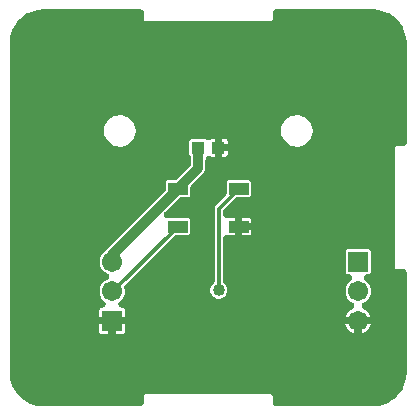
<source format=gbr>
G04 EAGLE Gerber RS-274X export*
G75*
%MOMM*%
%FSLAX34Y34*%
%LPD*%
%INTop Copper*%
%IPPOS*%
%AMOC8*
5,1,8,0,0,1.08239X$1,22.5*%
G01*
%ADD10R,1.100000X1.000000*%
%ADD11R,1.709600X1.709600*%
%ADD12C,1.709600*%
%ADD13R,1.651000X1.000000*%
%ADD14C,0.812800*%
%ADD15C,0.304800*%
%ADD16C,1.016000*%

G36*
X120291Y9844D02*
X120291Y9844D01*
X120367Y9842D01*
X120536Y9864D01*
X120707Y9878D01*
X120781Y9896D01*
X120856Y9906D01*
X121020Y9955D01*
X121186Y9996D01*
X121255Y10026D01*
X121329Y10048D01*
X121482Y10124D01*
X121639Y10191D01*
X121703Y10232D01*
X121772Y10265D01*
X121911Y10364D01*
X122055Y10456D01*
X122112Y10507D01*
X122174Y10551D01*
X122295Y10671D01*
X122423Y10785D01*
X122471Y10844D01*
X122525Y10898D01*
X122626Y11036D01*
X122733Y11169D01*
X122770Y11235D01*
X122815Y11296D01*
X122892Y11449D01*
X122977Y11597D01*
X123003Y11669D01*
X123038Y11737D01*
X123089Y11900D01*
X123148Y12060D01*
X123163Y12135D01*
X123186Y12207D01*
X123198Y12312D01*
X123243Y12544D01*
X123250Y12780D01*
X123262Y12885D01*
X123262Y18644D01*
X124456Y19838D01*
X231144Y19838D01*
X232338Y18644D01*
X232338Y12885D01*
X232344Y12809D01*
X232342Y12733D01*
X232364Y12564D01*
X232378Y12393D01*
X232396Y12319D01*
X232406Y12244D01*
X232455Y12080D01*
X232496Y11914D01*
X232526Y11845D01*
X232548Y11771D01*
X232624Y11618D01*
X232691Y11461D01*
X232732Y11397D01*
X232765Y11328D01*
X232864Y11189D01*
X232956Y11045D01*
X233007Y10988D01*
X233051Y10926D01*
X233171Y10805D01*
X233285Y10677D01*
X233344Y10629D01*
X233398Y10575D01*
X233536Y10474D01*
X233669Y10367D01*
X233735Y10330D01*
X233796Y10285D01*
X233949Y10208D01*
X234097Y10123D01*
X234169Y10097D01*
X234237Y10062D01*
X234400Y10011D01*
X234560Y9952D01*
X234635Y9937D01*
X234707Y9914D01*
X234812Y9902D01*
X235044Y9857D01*
X235280Y9850D01*
X235385Y9838D01*
X317800Y9838D01*
X317952Y9850D01*
X318039Y9847D01*
X321937Y10154D01*
X321954Y10157D01*
X321971Y10157D01*
X322031Y10169D01*
X322424Y10232D01*
X322558Y10277D01*
X322639Y10294D01*
X330053Y12702D01*
X330179Y12755D01*
X330309Y12799D01*
X330380Y12839D01*
X330508Y12892D01*
X330854Y13108D01*
X330902Y13135D01*
X337209Y17717D01*
X337313Y17806D01*
X337423Y17888D01*
X337478Y17948D01*
X337583Y18038D01*
X337845Y18350D01*
X337883Y18391D01*
X342465Y24698D01*
X342536Y24815D01*
X342616Y24926D01*
X342649Y25001D01*
X342721Y25119D01*
X342874Y25496D01*
X342898Y25547D01*
X345306Y32961D01*
X345310Y32978D01*
X345317Y32994D01*
X345329Y33054D01*
X345420Y33441D01*
X345430Y33582D01*
X345446Y33663D01*
X345753Y37561D01*
X345752Y37713D01*
X345762Y37800D01*
X345762Y122715D01*
X345756Y122791D01*
X345758Y122867D01*
X345736Y123036D01*
X345722Y123207D01*
X345704Y123281D01*
X345694Y123356D01*
X345645Y123520D01*
X345604Y123686D01*
X345574Y123755D01*
X345552Y123829D01*
X345476Y123982D01*
X345409Y124139D01*
X345368Y124203D01*
X345335Y124272D01*
X345236Y124411D01*
X345144Y124555D01*
X345093Y124612D01*
X345049Y124674D01*
X344929Y124795D01*
X344815Y124923D01*
X344756Y124971D01*
X344702Y125025D01*
X344564Y125126D01*
X344431Y125233D01*
X344365Y125270D01*
X344304Y125315D01*
X344151Y125392D01*
X344003Y125477D01*
X343931Y125503D01*
X343863Y125538D01*
X343700Y125589D01*
X343540Y125648D01*
X343465Y125663D01*
X343393Y125686D01*
X343288Y125698D01*
X343056Y125743D01*
X342820Y125750D01*
X342715Y125762D01*
X336956Y125762D01*
X335762Y126956D01*
X335762Y228644D01*
X336956Y229838D01*
X342715Y229838D01*
X342791Y229844D01*
X342867Y229842D01*
X343036Y229864D01*
X343207Y229878D01*
X343281Y229896D01*
X343356Y229906D01*
X343520Y229955D01*
X343686Y229996D01*
X343755Y230026D01*
X343829Y230048D01*
X343982Y230124D01*
X344139Y230191D01*
X344203Y230232D01*
X344272Y230265D01*
X344411Y230364D01*
X344555Y230456D01*
X344612Y230507D01*
X344674Y230551D01*
X344795Y230671D01*
X344923Y230785D01*
X344971Y230844D01*
X345025Y230898D01*
X345126Y231036D01*
X345233Y231169D01*
X345270Y231235D01*
X345315Y231296D01*
X345392Y231449D01*
X345477Y231597D01*
X345503Y231669D01*
X345538Y231737D01*
X345589Y231900D01*
X345648Y232060D01*
X345663Y232135D01*
X345686Y232207D01*
X345698Y232312D01*
X345743Y232544D01*
X345750Y232780D01*
X345762Y232885D01*
X345762Y317800D01*
X345750Y317952D01*
X345753Y318039D01*
X345446Y321937D01*
X345443Y321954D01*
X345443Y321971D01*
X345431Y322031D01*
X345368Y322424D01*
X345323Y322558D01*
X345306Y322639D01*
X342898Y330053D01*
X342845Y330179D01*
X342801Y330309D01*
X342761Y330380D01*
X342708Y330508D01*
X342492Y330854D01*
X342465Y330902D01*
X337883Y337209D01*
X337794Y337313D01*
X337712Y337423D01*
X337652Y337478D01*
X337562Y337583D01*
X337250Y337845D01*
X337209Y337883D01*
X330902Y342465D01*
X330785Y342536D01*
X330674Y342616D01*
X330599Y342649D01*
X330481Y342721D01*
X330104Y342874D01*
X330053Y342898D01*
X322639Y345306D01*
X322622Y345310D01*
X322606Y345317D01*
X322546Y345329D01*
X322159Y345420D01*
X322018Y345430D01*
X321937Y345446D01*
X318039Y345753D01*
X317887Y345752D01*
X317800Y345762D01*
X235385Y345762D01*
X235309Y345756D01*
X235233Y345758D01*
X235064Y345736D01*
X234893Y345722D01*
X234819Y345704D01*
X234744Y345694D01*
X234580Y345645D01*
X234414Y345604D01*
X234345Y345574D01*
X234271Y345552D01*
X234118Y345476D01*
X233961Y345409D01*
X233897Y345368D01*
X233828Y345335D01*
X233689Y345236D01*
X233545Y345144D01*
X233488Y345093D01*
X233426Y345049D01*
X233305Y344929D01*
X233177Y344815D01*
X233129Y344756D01*
X233075Y344702D01*
X232974Y344564D01*
X232867Y344431D01*
X232830Y344365D01*
X232785Y344304D01*
X232708Y344151D01*
X232623Y344003D01*
X232597Y343931D01*
X232562Y343863D01*
X232511Y343700D01*
X232452Y343540D01*
X232437Y343465D01*
X232414Y343393D01*
X232402Y343288D01*
X232357Y343056D01*
X232350Y342820D01*
X232338Y342715D01*
X232338Y336956D01*
X231144Y335762D01*
X124456Y335762D01*
X123262Y336956D01*
X123262Y342715D01*
X123256Y342791D01*
X123258Y342867D01*
X123236Y343036D01*
X123222Y343207D01*
X123204Y343281D01*
X123194Y343356D01*
X123145Y343520D01*
X123104Y343686D01*
X123074Y343755D01*
X123052Y343829D01*
X122976Y343982D01*
X122909Y344139D01*
X122868Y344203D01*
X122835Y344272D01*
X122736Y344411D01*
X122644Y344555D01*
X122593Y344612D01*
X122549Y344674D01*
X122429Y344795D01*
X122315Y344923D01*
X122256Y344971D01*
X122202Y345025D01*
X122064Y345126D01*
X121931Y345233D01*
X121865Y345270D01*
X121804Y345315D01*
X121651Y345392D01*
X121503Y345477D01*
X121431Y345503D01*
X121363Y345538D01*
X121200Y345589D01*
X121040Y345648D01*
X120965Y345663D01*
X120893Y345686D01*
X120788Y345698D01*
X120556Y345743D01*
X120320Y345750D01*
X120215Y345762D01*
X37800Y345762D01*
X37648Y345750D01*
X37561Y345753D01*
X33663Y345446D01*
X33646Y345443D01*
X33629Y345443D01*
X33569Y345431D01*
X33176Y345368D01*
X33042Y345323D01*
X32961Y345306D01*
X25547Y342898D01*
X25421Y342845D01*
X25291Y342801D01*
X25220Y342761D01*
X25092Y342708D01*
X24746Y342492D01*
X24698Y342465D01*
X18391Y337883D01*
X18287Y337794D01*
X18177Y337712D01*
X18122Y337652D01*
X18017Y337562D01*
X17755Y337250D01*
X17717Y337209D01*
X13135Y330902D01*
X13064Y330785D01*
X12984Y330674D01*
X12951Y330599D01*
X12879Y330481D01*
X12726Y330104D01*
X12702Y330053D01*
X10294Y322639D01*
X10290Y322622D01*
X10283Y322606D01*
X10271Y322546D01*
X10180Y322159D01*
X10170Y322018D01*
X10154Y321937D01*
X9847Y318039D01*
X9848Y317887D01*
X9838Y317800D01*
X9838Y37800D01*
X9850Y37648D01*
X9847Y37561D01*
X10154Y33663D01*
X10157Y33646D01*
X10157Y33629D01*
X10169Y33569D01*
X10232Y33176D01*
X10277Y33042D01*
X10294Y32961D01*
X12702Y25547D01*
X12755Y25421D01*
X12799Y25291D01*
X12839Y25220D01*
X12892Y25092D01*
X13108Y24746D01*
X13135Y24698D01*
X17717Y18391D01*
X17806Y18287D01*
X17888Y18177D01*
X17948Y18122D01*
X18038Y18017D01*
X18350Y17755D01*
X18391Y17717D01*
X24698Y13135D01*
X24815Y13064D01*
X24926Y12984D01*
X25001Y12951D01*
X25119Y12879D01*
X25496Y12726D01*
X25547Y12702D01*
X32961Y10294D01*
X32978Y10290D01*
X32994Y10283D01*
X33054Y10271D01*
X33441Y10180D01*
X33582Y10170D01*
X33663Y10154D01*
X37561Y9847D01*
X37713Y9848D01*
X37800Y9838D01*
X120215Y9838D01*
X120291Y9844D01*
G37*
%LPC*%
G36*
X96266Y85089D02*
X96266Y85089D01*
X85177Y85089D01*
X85177Y90925D01*
X85350Y91571D01*
X85685Y92150D01*
X86158Y92623D01*
X86737Y92958D01*
X87383Y93131D01*
X87857Y93131D01*
X87895Y93134D01*
X87933Y93132D01*
X88141Y93154D01*
X88349Y93171D01*
X88386Y93180D01*
X88424Y93184D01*
X88625Y93239D01*
X88828Y93289D01*
X88863Y93304D01*
X88900Y93315D01*
X89089Y93402D01*
X89281Y93484D01*
X89313Y93504D01*
X89348Y93520D01*
X89521Y93637D01*
X89697Y93749D01*
X89726Y93774D01*
X89757Y93796D01*
X89909Y93939D01*
X90065Y94078D01*
X90089Y94107D01*
X90117Y94133D01*
X90244Y94300D01*
X90375Y94462D01*
X90394Y94494D01*
X90417Y94525D01*
X90516Y94709D01*
X90619Y94890D01*
X90632Y94926D01*
X90650Y94960D01*
X90718Y95157D01*
X90791Y95353D01*
X90798Y95390D01*
X90810Y95426D01*
X90845Y95633D01*
X90885Y95837D01*
X90886Y95875D01*
X90893Y95913D01*
X90894Y96122D01*
X90901Y96330D01*
X90896Y96368D01*
X90896Y96406D01*
X90863Y96613D01*
X90836Y96819D01*
X90825Y96856D01*
X90819Y96893D01*
X90754Y97092D01*
X90694Y97291D01*
X90677Y97326D01*
X90665Y97362D01*
X90568Y97547D01*
X90477Y97735D01*
X90455Y97766D01*
X90437Y97800D01*
X90379Y97872D01*
X90191Y98137D01*
X90071Y98259D01*
X90012Y98333D01*
X87296Y101049D01*
X85685Y104937D01*
X85685Y109147D01*
X87296Y113036D01*
X90272Y116012D01*
X91998Y116727D01*
X92032Y116744D01*
X92068Y116757D01*
X92161Y116807D01*
X92248Y116845D01*
X92330Y116897D01*
X92437Y116952D01*
X92468Y116974D01*
X92501Y116993D01*
X92596Y117067D01*
X92664Y117110D01*
X92726Y117165D01*
X92834Y117245D01*
X92861Y117272D01*
X92891Y117295D01*
X92982Y117394D01*
X93032Y117438D01*
X93075Y117492D01*
X93179Y117598D01*
X93200Y117629D01*
X93226Y117657D01*
X93308Y117780D01*
X93342Y117822D01*
X93370Y117871D01*
X93462Y118002D01*
X93478Y118036D01*
X93499Y118068D01*
X93565Y118214D01*
X93586Y118251D01*
X93601Y118292D01*
X93676Y118446D01*
X93686Y118483D01*
X93702Y118518D01*
X93746Y118683D01*
X93758Y118714D01*
X93764Y118747D01*
X93815Y118920D01*
X93820Y118958D01*
X93830Y118994D01*
X93848Y119174D01*
X93852Y119198D01*
X93853Y119223D01*
X93876Y119409D01*
X93875Y119447D01*
X93879Y119485D01*
X93867Y119672D01*
X93868Y119691D01*
X93865Y119710D01*
X93858Y119902D01*
X93850Y119940D01*
X93848Y119978D01*
X93805Y120165D01*
X93803Y120180D01*
X93799Y120195D01*
X93760Y120386D01*
X93747Y120421D01*
X93738Y120459D01*
X93665Y120639D01*
X93661Y120652D01*
X93655Y120665D01*
X93586Y120847D01*
X93567Y120880D01*
X93552Y120915D01*
X93450Y121082D01*
X93444Y121095D01*
X93436Y121107D01*
X93339Y121274D01*
X93315Y121304D01*
X93295Y121336D01*
X93169Y121483D01*
X93158Y121498D01*
X93146Y121510D01*
X93027Y121656D01*
X92998Y121681D01*
X92973Y121710D01*
X92829Y121832D01*
X92812Y121849D01*
X92793Y121862D01*
X92657Y121983D01*
X92624Y122003D01*
X92595Y122027D01*
X92514Y122072D01*
X92446Y122115D01*
X92413Y122139D01*
X92386Y122153D01*
X92239Y122245D01*
X92080Y122312D01*
X91998Y122357D01*
X90272Y123072D01*
X87296Y126048D01*
X85685Y129937D01*
X85685Y134147D01*
X87296Y138036D01*
X90272Y141012D01*
X90305Y141026D01*
X90314Y141030D01*
X90323Y141033D01*
X90534Y141143D01*
X90744Y141251D01*
X90752Y141256D01*
X90761Y141261D01*
X90792Y141286D01*
X91141Y141544D01*
X91233Y141637D01*
X91294Y141686D01*
X93241Y143633D01*
X140850Y191242D01*
X140924Y191329D01*
X141005Y191409D01*
X141083Y191516D01*
X141169Y191618D01*
X141228Y191716D01*
X141295Y191808D01*
X141355Y191926D01*
X141424Y192040D01*
X141466Y192147D01*
X141518Y192248D01*
X141558Y192375D01*
X141607Y192498D01*
X141632Y192610D01*
X141666Y192719D01*
X141676Y192812D01*
X141714Y192980D01*
X141732Y193304D01*
X141742Y193397D01*
X141742Y199642D01*
X142933Y200833D01*
X149178Y200833D01*
X149292Y200842D01*
X149406Y200841D01*
X149538Y200862D01*
X149670Y200873D01*
X149781Y200900D01*
X149894Y200918D01*
X150020Y200959D01*
X150149Y200991D01*
X150254Y201036D01*
X150362Y201072D01*
X150480Y201134D01*
X150602Y201186D01*
X150699Y201247D01*
X150800Y201300D01*
X150874Y201359D01*
X151018Y201451D01*
X151261Y201667D01*
X151333Y201725D01*
X162311Y212703D01*
X162385Y212790D01*
X162466Y212870D01*
X162544Y212977D01*
X162630Y213079D01*
X162689Y213177D01*
X162756Y213269D01*
X162816Y213387D01*
X162885Y213501D01*
X162927Y213608D01*
X162979Y213709D01*
X163019Y213836D01*
X163068Y213959D01*
X163093Y214071D01*
X163127Y214180D01*
X163137Y214273D01*
X163175Y214441D01*
X163193Y214765D01*
X163203Y214858D01*
X163203Y220060D01*
X163194Y220173D01*
X163195Y220288D01*
X163174Y220419D01*
X163163Y220552D01*
X163136Y220662D01*
X163118Y220775D01*
X163077Y220901D01*
X163045Y221030D01*
X163000Y221135D01*
X162964Y221244D01*
X162902Y221362D01*
X162850Y221484D01*
X162789Y221580D01*
X162736Y221681D01*
X162677Y221755D01*
X162585Y221900D01*
X162480Y222017D01*
X162452Y222057D01*
X162375Y222135D01*
X162369Y222142D01*
X162311Y222215D01*
X161767Y222758D01*
X161767Y234442D01*
X162958Y235633D01*
X175710Y235633D01*
X175828Y235562D01*
X175970Y235466D01*
X176039Y235434D01*
X176104Y235395D01*
X176262Y235332D01*
X176418Y235261D01*
X176491Y235240D01*
X176562Y235212D01*
X176729Y235175D01*
X176894Y235130D01*
X176969Y235122D01*
X177043Y235105D01*
X177215Y235096D01*
X177384Y235078D01*
X177460Y235082D01*
X177536Y235078D01*
X177706Y235096D01*
X177877Y235106D01*
X177951Y235122D01*
X178027Y235130D01*
X178192Y235175D01*
X178359Y235212D01*
X178413Y235236D01*
X178502Y235261D01*
X178951Y235466D01*
X178969Y235479D01*
X178984Y235485D01*
X179819Y235968D01*
X180465Y236141D01*
X183253Y236141D01*
X183253Y228600D01*
X183253Y221059D01*
X180465Y221059D01*
X179777Y221244D01*
X179732Y221270D01*
X179625Y221309D01*
X179522Y221358D01*
X179394Y221395D01*
X179269Y221441D01*
X179157Y221463D01*
X179048Y221495D01*
X178916Y221510D01*
X178785Y221536D01*
X178671Y221539D01*
X178558Y221553D01*
X178425Y221547D01*
X178292Y221551D01*
X178179Y221536D01*
X178065Y221531D01*
X177935Y221504D01*
X177803Y221487D01*
X177694Y221454D01*
X177582Y221431D01*
X177458Y221383D01*
X177330Y221344D01*
X177228Y221294D01*
X177122Y221253D01*
X177007Y221186D01*
X176887Y221127D01*
X176795Y221062D01*
X176696Y221004D01*
X176594Y220919D01*
X176485Y220842D01*
X176404Y220762D01*
X176316Y220689D01*
X176229Y220589D01*
X176134Y220495D01*
X176067Y220403D01*
X175992Y220318D01*
X175922Y220204D01*
X175844Y220097D01*
X175792Y219995D01*
X175732Y219898D01*
X175681Y219775D01*
X175621Y219656D01*
X175587Y219547D01*
X175544Y219442D01*
X175513Y219313D01*
X175473Y219186D01*
X175464Y219102D01*
X175431Y218962D01*
X175404Y218573D01*
X175397Y218508D01*
X175397Y209857D01*
X174469Y207616D01*
X163210Y196358D01*
X163136Y196271D01*
X163055Y196191D01*
X162977Y196084D01*
X162891Y195982D01*
X162832Y195884D01*
X162765Y195792D01*
X162705Y195674D01*
X162636Y195560D01*
X162594Y195453D01*
X162542Y195352D01*
X162502Y195225D01*
X162453Y195102D01*
X162428Y194990D01*
X162394Y194881D01*
X162384Y194788D01*
X162346Y194620D01*
X162328Y194296D01*
X162318Y194203D01*
X162318Y187958D01*
X161127Y186767D01*
X154882Y186767D01*
X154768Y186758D01*
X154654Y186759D01*
X154522Y186738D01*
X154390Y186727D01*
X154279Y186700D01*
X154166Y186682D01*
X154040Y186641D01*
X153911Y186609D01*
X153806Y186564D01*
X153698Y186528D01*
X153580Y186466D01*
X153458Y186414D01*
X153361Y186353D01*
X153260Y186300D01*
X153186Y186241D01*
X153042Y186149D01*
X152799Y185933D01*
X152727Y185875D01*
X140887Y174035D01*
X140862Y174006D01*
X140834Y173980D01*
X140703Y173818D01*
X140567Y173659D01*
X140548Y173626D01*
X140524Y173596D01*
X140421Y173416D01*
X140313Y173236D01*
X140299Y173201D01*
X140280Y173168D01*
X140207Y172972D01*
X140130Y172778D01*
X140121Y172741D01*
X140108Y172705D01*
X140068Y172500D01*
X140023Y172296D01*
X140021Y172258D01*
X140013Y172221D01*
X140007Y172013D01*
X139995Y171804D01*
X139999Y171766D01*
X139998Y171728D01*
X140025Y171521D01*
X140047Y171313D01*
X140057Y171277D01*
X140062Y171239D01*
X140123Y171039D01*
X140178Y170838D01*
X140194Y170803D01*
X140205Y170766D01*
X140297Y170579D01*
X140384Y170389D01*
X140405Y170357D01*
X140422Y170323D01*
X140542Y170154D01*
X140659Y169980D01*
X140685Y169952D01*
X140707Y169921D01*
X140854Y169773D01*
X140997Y169620D01*
X141027Y169597D01*
X141054Y169570D01*
X141223Y169447D01*
X141388Y169320D01*
X141422Y169302D01*
X141453Y169280D01*
X141639Y169186D01*
X141823Y169087D01*
X141859Y169074D01*
X141893Y169057D01*
X142092Y168995D01*
X142290Y168927D01*
X142327Y168921D01*
X142364Y168909D01*
X142456Y168899D01*
X142776Y168844D01*
X142948Y168843D01*
X143042Y168833D01*
X161127Y168833D01*
X162318Y167642D01*
X162318Y155958D01*
X161127Y154767D01*
X151289Y154767D01*
X151176Y154758D01*
X151061Y154759D01*
X150930Y154738D01*
X150798Y154727D01*
X150687Y154700D01*
X150574Y154682D01*
X150448Y154641D01*
X150319Y154609D01*
X150214Y154564D01*
X150105Y154528D01*
X149988Y154466D01*
X149866Y154414D01*
X149769Y154353D01*
X149668Y154300D01*
X149594Y154241D01*
X149449Y154149D01*
X149207Y153933D01*
X149135Y153875D01*
X107572Y112312D01*
X107431Y112146D01*
X107286Y111982D01*
X107271Y111958D01*
X107252Y111936D01*
X107139Y111748D01*
X107023Y111564D01*
X107012Y111538D01*
X106998Y111513D01*
X106917Y111311D01*
X106832Y111109D01*
X106825Y111081D01*
X106815Y111055D01*
X106767Y110842D01*
X106716Y110630D01*
X106714Y110601D01*
X106708Y110574D01*
X106696Y110355D01*
X106679Y110138D01*
X106682Y110109D01*
X106680Y110081D01*
X106703Y109864D01*
X106722Y109646D01*
X106729Y109624D01*
X106732Y109590D01*
X106847Y109174D01*
X106847Y104937D01*
X105236Y101049D01*
X102520Y98333D01*
X102495Y98304D01*
X102467Y98278D01*
X102336Y98116D01*
X102201Y97957D01*
X102181Y97924D01*
X102157Y97894D01*
X102054Y97713D01*
X101946Y97534D01*
X101932Y97499D01*
X101913Y97466D01*
X101840Y97270D01*
X101763Y97076D01*
X101755Y97039D01*
X101741Y97003D01*
X101701Y96798D01*
X101656Y96594D01*
X101654Y96556D01*
X101647Y96519D01*
X101640Y96311D01*
X101629Y96102D01*
X101633Y96064D01*
X101631Y96026D01*
X101659Y95819D01*
X101681Y95611D01*
X101691Y95575D01*
X101696Y95537D01*
X101756Y95337D01*
X101811Y95136D01*
X101827Y95101D01*
X101838Y95064D01*
X101930Y94877D01*
X102017Y94687D01*
X102038Y94656D01*
X102055Y94621D01*
X102176Y94451D01*
X102292Y94278D01*
X102319Y94250D01*
X102341Y94219D01*
X102487Y94070D01*
X102630Y93918D01*
X102660Y93895D01*
X102687Y93868D01*
X102856Y93745D01*
X103022Y93618D01*
X103055Y93600D01*
X103086Y93578D01*
X103272Y93484D01*
X103456Y93385D01*
X103493Y93372D01*
X103527Y93355D01*
X103725Y93293D01*
X103923Y93225D01*
X103961Y93219D01*
X103997Y93207D01*
X104089Y93197D01*
X104409Y93142D01*
X104582Y93141D01*
X104675Y93131D01*
X105149Y93131D01*
X105795Y92958D01*
X106374Y92623D01*
X106847Y92150D01*
X107182Y91571D01*
X107355Y90925D01*
X107355Y85089D01*
X96266Y85089D01*
X96266Y85089D01*
G37*
%LPD*%
%LPC*%
G36*
X185275Y100837D02*
X185275Y100837D01*
X182661Y101920D01*
X180660Y103921D01*
X179577Y106535D01*
X179577Y109365D01*
X180660Y111979D01*
X182241Y113560D01*
X182315Y113647D01*
X182396Y113727D01*
X182474Y113834D01*
X182560Y113936D01*
X182619Y114034D01*
X182686Y114126D01*
X182746Y114244D01*
X182815Y114358D01*
X182857Y114464D01*
X182909Y114566D01*
X182949Y114693D01*
X182998Y114816D01*
X183023Y114928D01*
X183057Y115037D01*
X183067Y115130D01*
X183105Y115298D01*
X183123Y115622D01*
X183133Y115714D01*
X183133Y177627D01*
X183675Y178935D01*
X192390Y187650D01*
X192464Y187737D01*
X192545Y187817D01*
X192623Y187924D01*
X192709Y188026D01*
X192768Y188124D01*
X192835Y188216D01*
X192895Y188334D01*
X192964Y188448D01*
X193006Y188554D01*
X193058Y188656D01*
X193098Y188783D01*
X193147Y188906D01*
X193172Y189018D01*
X193206Y189127D01*
X193216Y189220D01*
X193254Y189388D01*
X193272Y189712D01*
X193282Y189804D01*
X193282Y199642D01*
X194473Y200833D01*
X212667Y200833D01*
X213858Y199642D01*
X213858Y187958D01*
X212667Y186767D01*
X202829Y186767D01*
X202716Y186758D01*
X202601Y186759D01*
X202470Y186738D01*
X202338Y186727D01*
X202227Y186700D01*
X202114Y186682D01*
X201988Y186641D01*
X201859Y186609D01*
X201754Y186564D01*
X201645Y186528D01*
X201528Y186466D01*
X201406Y186414D01*
X201309Y186353D01*
X201208Y186300D01*
X201134Y186241D01*
X200989Y186149D01*
X200747Y185933D01*
X200675Y185875D01*
X191139Y176339D01*
X191065Y176252D01*
X190984Y176172D01*
X190906Y176065D01*
X190820Y175963D01*
X190761Y175865D01*
X190694Y175773D01*
X190634Y175655D01*
X190565Y175541D01*
X190523Y175435D01*
X190471Y175333D01*
X190431Y175206D01*
X190382Y175083D01*
X190357Y174971D01*
X190323Y174862D01*
X190313Y174769D01*
X190275Y174601D01*
X190257Y174277D01*
X190247Y174185D01*
X190247Y172044D01*
X190265Y171818D01*
X190281Y171589D01*
X190285Y171571D01*
X190287Y171552D01*
X190341Y171332D01*
X190394Y171109D01*
X190401Y171091D01*
X190405Y171073D01*
X190495Y170864D01*
X190582Y170653D01*
X190592Y170637D01*
X190600Y170620D01*
X190722Y170427D01*
X190842Y170234D01*
X190855Y170220D01*
X190865Y170204D01*
X191017Y170034D01*
X191167Y169862D01*
X191181Y169850D01*
X191194Y169836D01*
X191371Y169693D01*
X191546Y169547D01*
X191563Y169538D01*
X191578Y169526D01*
X191775Y169413D01*
X191972Y169298D01*
X191990Y169291D01*
X192006Y169282D01*
X192220Y169202D01*
X192433Y169121D01*
X192451Y169117D01*
X192469Y169110D01*
X192692Y169066D01*
X192915Y169020D01*
X192935Y169019D01*
X192953Y169015D01*
X193180Y169008D01*
X193408Y168998D01*
X193424Y169001D01*
X193446Y169000D01*
X193935Y169065D01*
X194024Y169091D01*
X194083Y169100D01*
X194981Y169341D01*
X200523Y169341D01*
X200523Y161800D01*
X200523Y154259D01*
X194981Y154259D01*
X194083Y154500D01*
X193858Y154541D01*
X193635Y154585D01*
X193616Y154585D01*
X193597Y154589D01*
X193368Y154593D01*
X193142Y154600D01*
X193123Y154597D01*
X193104Y154598D01*
X192878Y154565D01*
X192653Y154535D01*
X192635Y154530D01*
X192616Y154527D01*
X192400Y154459D01*
X192180Y154393D01*
X192163Y154385D01*
X192145Y154379D01*
X191942Y154276D01*
X191737Y154176D01*
X191722Y154165D01*
X191705Y154157D01*
X191520Y154022D01*
X191335Y153891D01*
X191322Y153877D01*
X191306Y153866D01*
X191146Y153704D01*
X190984Y153544D01*
X190973Y153529D01*
X190960Y153515D01*
X190827Y153329D01*
X190694Y153145D01*
X190685Y153128D01*
X190674Y153113D01*
X190573Y152907D01*
X190471Y152705D01*
X190466Y152687D01*
X190457Y152670D01*
X190392Y152451D01*
X190323Y152234D01*
X190321Y152219D01*
X190315Y152197D01*
X190251Y151708D01*
X190253Y151616D01*
X190247Y151556D01*
X190247Y115714D01*
X190256Y115601D01*
X190255Y115486D01*
X190276Y115355D01*
X190287Y115223D01*
X190314Y115112D01*
X190332Y114999D01*
X190373Y114873D01*
X190405Y114744D01*
X190450Y114639D01*
X190486Y114530D01*
X190548Y114413D01*
X190600Y114290D01*
X190661Y114194D01*
X190714Y114093D01*
X190773Y114019D01*
X190865Y113874D01*
X191081Y113632D01*
X191139Y113560D01*
X192720Y111979D01*
X193803Y109365D01*
X193803Y106535D01*
X192720Y103921D01*
X190719Y101920D01*
X188105Y100837D01*
X185275Y100837D01*
G37*
%LPD*%
%LPC*%
G36*
X304546Y85127D02*
X304546Y85127D01*
X293877Y85127D01*
X294270Y86336D01*
X295062Y87892D01*
X296088Y89304D01*
X297322Y90538D01*
X298734Y91564D01*
X299850Y92132D01*
X299991Y92219D01*
X300136Y92298D01*
X300200Y92348D01*
X300270Y92391D01*
X300395Y92499D01*
X300525Y92601D01*
X300581Y92661D01*
X300642Y92714D01*
X300748Y92841D01*
X300861Y92963D01*
X300906Y93031D01*
X300958Y93093D01*
X301042Y93236D01*
X301133Y93374D01*
X301167Y93448D01*
X301209Y93519D01*
X301268Y93673D01*
X301336Y93823D01*
X301357Y93902D01*
X301387Y93978D01*
X301421Y94141D01*
X301464Y94300D01*
X301472Y94381D01*
X301489Y94461D01*
X301497Y94626D01*
X301513Y94791D01*
X301508Y94872D01*
X301512Y94954D01*
X301493Y95118D01*
X301482Y95283D01*
X301464Y95363D01*
X301455Y95444D01*
X301409Y95603D01*
X301372Y95764D01*
X301342Y95840D01*
X301319Y95918D01*
X301249Y96068D01*
X301187Y96221D01*
X301144Y96291D01*
X301109Y96365D01*
X301016Y96501D01*
X300929Y96642D01*
X300876Y96704D01*
X300830Y96771D01*
X300715Y96891D01*
X300607Y97016D01*
X300545Y97068D01*
X300488Y97127D01*
X300356Y97227D01*
X300229Y97333D01*
X300174Y97364D01*
X300094Y97424D01*
X299657Y97653D01*
X299642Y97657D01*
X299632Y97663D01*
X298552Y98110D01*
X295576Y101086D01*
X293965Y104975D01*
X293965Y109185D01*
X295576Y113073D01*
X298800Y116297D01*
X298825Y116326D01*
X298853Y116352D01*
X298984Y116514D01*
X299119Y116673D01*
X299139Y116706D01*
X299163Y116736D01*
X299266Y116917D01*
X299374Y117096D01*
X299388Y117131D01*
X299407Y117164D01*
X299480Y117360D01*
X299557Y117554D01*
X299565Y117591D01*
X299579Y117627D01*
X299619Y117832D01*
X299664Y118036D01*
X299666Y118074D01*
X299673Y118111D01*
X299680Y118319D01*
X299691Y118528D01*
X299687Y118566D01*
X299689Y118604D01*
X299661Y118811D01*
X299639Y119019D01*
X299629Y119055D01*
X299624Y119093D01*
X299564Y119293D01*
X299509Y119494D01*
X299493Y119529D01*
X299482Y119566D01*
X299390Y119753D01*
X299303Y119943D01*
X299282Y119974D01*
X299265Y120009D01*
X299144Y120179D01*
X299028Y120352D01*
X299001Y120380D01*
X298979Y120411D01*
X298833Y120559D01*
X298690Y120712D01*
X298659Y120735D01*
X298633Y120762D01*
X298464Y120885D01*
X298298Y121012D01*
X298265Y121030D01*
X298234Y121052D01*
X298048Y121146D01*
X297864Y121245D01*
X297827Y121258D01*
X297793Y121275D01*
X297595Y121337D01*
X297397Y121405D01*
X297359Y121411D01*
X297323Y121423D01*
X297231Y121433D01*
X296910Y121488D01*
X296738Y121489D01*
X296645Y121499D01*
X295156Y121499D01*
X293965Y122690D01*
X293965Y141470D01*
X295156Y142661D01*
X313936Y142661D01*
X315127Y141470D01*
X315127Y122690D01*
X313936Y121499D01*
X312447Y121499D01*
X312409Y121496D01*
X312371Y121498D01*
X312163Y121476D01*
X311955Y121459D01*
X311918Y121450D01*
X311880Y121446D01*
X311679Y121391D01*
X311476Y121341D01*
X311441Y121326D01*
X311404Y121315D01*
X311215Y121228D01*
X311023Y121146D01*
X310991Y121126D01*
X310956Y121110D01*
X310783Y120993D01*
X310607Y120881D01*
X310578Y120856D01*
X310547Y120834D01*
X310395Y120691D01*
X310239Y120552D01*
X310215Y120523D01*
X310187Y120497D01*
X310060Y120330D01*
X309929Y120168D01*
X309910Y120136D01*
X309887Y120105D01*
X309788Y119921D01*
X309685Y119740D01*
X309672Y119704D01*
X309654Y119670D01*
X309586Y119473D01*
X309513Y119277D01*
X309506Y119240D01*
X309494Y119204D01*
X309459Y118997D01*
X309419Y118793D01*
X309418Y118755D01*
X309411Y118717D01*
X309410Y118508D01*
X309403Y118300D01*
X309408Y118262D01*
X309408Y118224D01*
X309441Y118017D01*
X309468Y117811D01*
X309479Y117774D01*
X309485Y117737D01*
X309550Y117538D01*
X309610Y117339D01*
X309627Y117304D01*
X309639Y117268D01*
X309736Y117083D01*
X309827Y116895D01*
X309849Y116864D01*
X309867Y116830D01*
X309925Y116758D01*
X310113Y116493D01*
X310233Y116371D01*
X310292Y116297D01*
X313516Y113073D01*
X315127Y109185D01*
X315127Y104975D01*
X313516Y101086D01*
X310540Y98110D01*
X309460Y97663D01*
X309313Y97587D01*
X309162Y97520D01*
X309093Y97475D01*
X309021Y97438D01*
X308888Y97340D01*
X308749Y97249D01*
X308689Y97193D01*
X308624Y97145D01*
X308508Y97026D01*
X308387Y96914D01*
X308336Y96850D01*
X308279Y96792D01*
X308184Y96656D01*
X308082Y96526D01*
X308043Y96454D01*
X307996Y96387D01*
X307924Y96238D01*
X307845Y96094D01*
X307818Y96017D01*
X307782Y95943D01*
X307735Y95784D01*
X307680Y95629D01*
X307666Y95548D01*
X307643Y95470D01*
X307622Y95306D01*
X307593Y95143D01*
X307591Y95061D01*
X307581Y94980D01*
X307587Y94815D01*
X307585Y94650D01*
X307597Y94569D01*
X307600Y94487D01*
X307632Y94326D01*
X307657Y94162D01*
X307681Y94084D01*
X307698Y94004D01*
X307756Y93849D01*
X307806Y93692D01*
X307843Y93619D01*
X307872Y93542D01*
X307955Y93399D01*
X308030Y93252D01*
X308078Y93186D01*
X308119Y93115D01*
X308223Y92987D01*
X308321Y92854D01*
X308379Y92796D01*
X308431Y92733D01*
X308555Y92624D01*
X308673Y92508D01*
X308726Y92473D01*
X308801Y92407D01*
X309219Y92144D01*
X309233Y92138D01*
X309242Y92132D01*
X310358Y91564D01*
X311770Y90538D01*
X313004Y89304D01*
X314030Y87892D01*
X314822Y86336D01*
X315215Y85127D01*
X304546Y85127D01*
X304546Y85127D01*
G37*
%LPD*%
%LPC*%
G36*
X98032Y230227D02*
X98032Y230227D01*
X92735Y233883D01*
X89744Y239582D01*
X89744Y246018D01*
X92735Y251717D01*
X98032Y255373D01*
X104421Y256148D01*
X110439Y253866D01*
X114706Y249049D01*
X116247Y242800D01*
X114706Y236551D01*
X110439Y231734D01*
X104421Y229452D01*
X98032Y230227D01*
G37*
%LPD*%
%LPC*%
G36*
X248032Y230227D02*
X248032Y230227D01*
X242735Y233883D01*
X239744Y239582D01*
X239744Y246018D01*
X242735Y251717D01*
X248032Y255373D01*
X254421Y256148D01*
X260439Y253866D01*
X264706Y249049D01*
X266247Y242800D01*
X264706Y236551D01*
X260439Y231734D01*
X254421Y229452D01*
X248032Y230227D01*
G37*
%LPD*%
%LPC*%
G36*
X99313Y70953D02*
X99313Y70953D01*
X99313Y78995D01*
X107355Y78995D01*
X107355Y73159D01*
X107182Y72513D01*
X106847Y71934D01*
X106374Y71461D01*
X105795Y71126D01*
X105149Y70953D01*
X99313Y70953D01*
G37*
%LPD*%
%LPC*%
G36*
X87383Y70953D02*
X87383Y70953D01*
X86737Y71126D01*
X86158Y71461D01*
X85685Y71934D01*
X85350Y72513D01*
X85177Y73159D01*
X85177Y78995D01*
X93219Y78995D01*
X93219Y70953D01*
X87383Y70953D01*
G37*
%LPD*%
%LPC*%
G36*
X307593Y79033D02*
X307593Y79033D01*
X315215Y79033D01*
X314822Y77824D01*
X314030Y76268D01*
X313004Y74856D01*
X311770Y73622D01*
X310358Y72596D01*
X308802Y71804D01*
X307593Y71411D01*
X307593Y79033D01*
G37*
%LPD*%
%LPC*%
G36*
X300290Y71804D02*
X300290Y71804D01*
X298734Y72596D01*
X297322Y73622D01*
X296088Y74856D01*
X295062Y76268D01*
X294270Y77824D01*
X293877Y79033D01*
X301499Y79033D01*
X301499Y71411D01*
X300290Y71804D01*
G37*
%LPD*%
%LPC*%
G36*
X206617Y164847D02*
X206617Y164847D01*
X206617Y169341D01*
X212160Y169341D01*
X212806Y169168D01*
X213385Y168833D01*
X213858Y168360D01*
X214193Y167781D01*
X214366Y167135D01*
X214366Y164847D01*
X206617Y164847D01*
G37*
%LPD*%
%LPC*%
G36*
X206617Y154259D02*
X206617Y154259D01*
X206617Y158753D01*
X214366Y158753D01*
X214366Y156465D01*
X214193Y155819D01*
X213858Y155240D01*
X213385Y154767D01*
X212806Y154432D01*
X212160Y154259D01*
X206617Y154259D01*
G37*
%LPD*%
%LPC*%
G36*
X189347Y231647D02*
X189347Y231647D01*
X189347Y236141D01*
X192135Y236141D01*
X192781Y235968D01*
X193360Y235633D01*
X193833Y235160D01*
X194168Y234581D01*
X194341Y233935D01*
X194341Y231647D01*
X189347Y231647D01*
G37*
%LPD*%
%LPC*%
G36*
X189347Y221059D02*
X189347Y221059D01*
X189347Y225553D01*
X194341Y225553D01*
X194341Y223265D01*
X194168Y222619D01*
X193833Y222040D01*
X193360Y221567D01*
X192781Y221232D01*
X192135Y221059D01*
X189347Y221059D01*
G37*
%LPD*%
D10*
X169300Y228600D03*
X186300Y228600D03*
D11*
X96266Y82042D03*
D12*
X96266Y107042D03*
X96266Y132042D03*
D11*
X304546Y132080D03*
D12*
X304546Y107080D03*
X304546Y82080D03*
D13*
X203570Y161800D03*
X152030Y161800D03*
X152030Y193800D03*
X203570Y193800D03*
D14*
X169300Y211070D02*
X169300Y228600D01*
X169300Y211070D02*
X152030Y193800D01*
X96266Y138036D01*
X96266Y132042D01*
D15*
X186690Y176920D02*
X203570Y193800D01*
X186690Y176920D02*
X186690Y107950D01*
D16*
X186690Y107950D03*
D15*
X152030Y161800D02*
X97272Y107042D01*
X96266Y107042D01*
M02*

</source>
